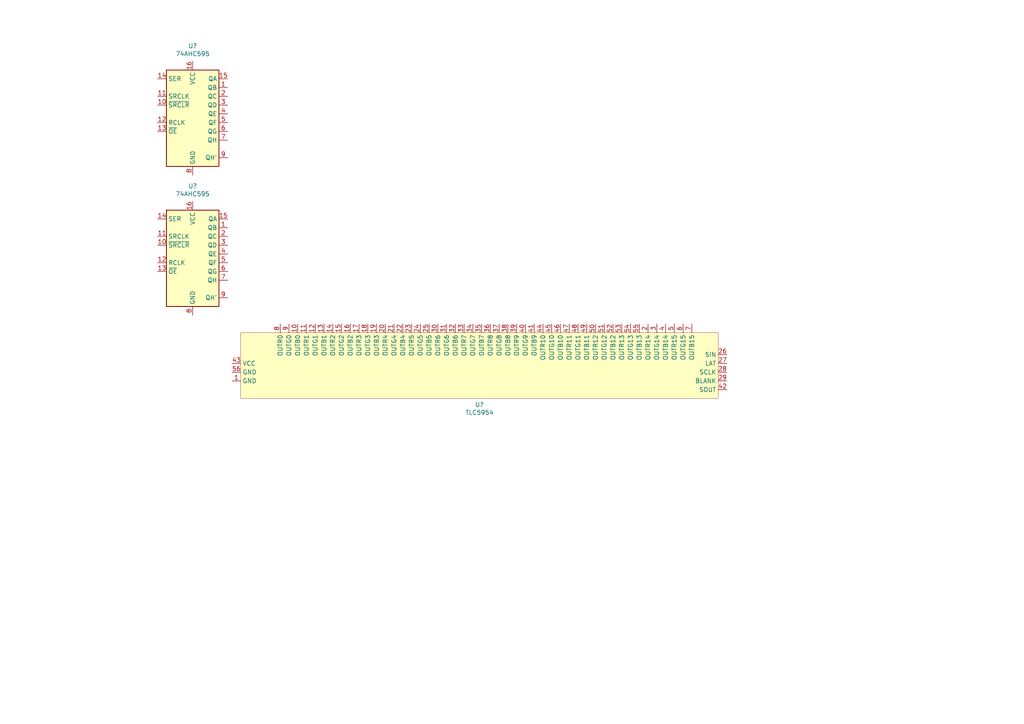
<source format=kicad_sch>
(kicad_sch (version 20200608) (host eeschema "5.99.0-unknown-0bfe413~101~ubuntu20.04.1")
  (page 1 1)
  (paper "A4")
  (lib_symbols
    (symbol "74xx:74AHC595" (pin_names (offset 0.508))
      (property "Reference" "U" (at -7.62 13.97 0))
      (property "Value" "74AHC595" (at -7.62 -16.51 0))
      (symbol "74AHC595_1_1"
        (rectangle (start -7.62 12.7) (end 7.62 -15.24) (stroke (width 0.254)) (fill (type background)))
      )
      (symbol "74AHC595_1_0"
        (pin tri_state line (at 10.16 7.62 180) (length 2.54) (name "QB") (number "1"))
        (pin input line (at -10.16 2.54 0) (length 2.54) (name "~SRCLR") (number "10"))
        (pin input line (at -10.16 5.08 0) (length 2.54) (name "SRCLK") (number "11"))
        (pin input line (at -10.16 -2.54 0) (length 2.54) (name "RCLK") (number "12"))
        (pin input line (at -10.16 -5.08 0) (length 2.54) (name "~OE") (number "13"))
        (pin input line (at -10.16 10.16 0) (length 2.54) (name "SER") (number "14"))
        (pin tri_state line (at 10.16 10.16 180) (length 2.54) (name "QA") (number "15"))
        (pin power_in line (at 0 15.24 270) (length 2.54) (name "VCC") (number "16"))
        (pin tri_state line (at 10.16 5.08 180) (length 2.54) (name "QC") (number "2"))
        (pin tri_state line (at 10.16 2.54 180) (length 2.54) (name "QD") (number "3"))
        (pin tri_state line (at 10.16 0 180) (length 2.54) (name "QE") (number "4"))
        (pin tri_state line (at 10.16 -2.54 180) (length 2.54) (name "QF") (number "5"))
        (pin tri_state line (at 10.16 -5.08 180) (length 2.54) (name "QG") (number "6"))
        (pin tri_state line (at 10.16 -7.62 180) (length 2.54) (name "QH") (number "7"))
        (pin power_in line (at 0 -17.78 90) (length 2.54) (name "GND") (number "8"))
        (pin output line (at 10.16 -12.7 180) (length 2.54) (name "QH'") (number "9"))
      )
    )
    (symbol "JBC_TI:TLC5954"
      (property "Reference" "U" (at 0 0 0))
      (property "Value" "TLC5954" (at 0 0 0))
      (symbol "TLC5954_0_1"
        (rectangle (start -71.12 11.43) (end 67.31 -7.62) (stroke (width 0.001)) (fill (type background)))
      )
      (symbol "TLC5954_1_1"
        (pin power_in line (at -73.66 -2.54 0) (length 2.54) (name "GND") (number "1"))
        (pin output line (at 46.99 13.97 270) (length 2.54) (name "OUTR14") (number "2"))
        (pin output line (at 49.53 13.97 270) (length 2.54) (name "OUTG14") (number "3"))
        (pin output line (at 52.07 13.97 270) (length 2.54) (name "OUTB14") (number "4"))
        (pin output line (at 54.61 13.97 270) (length 2.54) (name "OUTR15") (number "5"))
        (pin output line (at 59.69 13.97 270) (length 2.54) (name "OUTB15") (number "7"))
        (pin output line (at 57.15 13.97 270) (length 2.54) (name "OUTG15") (number "6"))
        (pin output line (at -54.61 13.97 270) (length 2.54) (name "OUTB0") (number "10"))
        (pin output line (at -59.69 13.97 270) (length 2.54) (name "OUTR0") (number "8"))
        (pin output line (at -57.15 13.97 270) (length 2.54) (name "OUTG0") (number "9"))
        (pin output line (at -52.07 13.97 270) (length 2.54) (name "OUTR1") (number "11"))
        (pin output line (at -46.99 13.97 270) (length 2.54) (name "OUTB1") (number "13"))
        (pin output line (at -49.53 13.97 270) (length 2.54) (name "OUTG1") (number "12"))
        (pin output line (at -41.91 13.97 270) (length 2.54) (name "OUTG2") (number "15"))
        (pin output line (at -39.37 13.97 270) (length 2.54) (name "OUTB2") (number "16"))
        (pin output line (at -44.45 13.97 270) (length 2.54) (name "OUTR2") (number "14"))
        (pin output line (at -31.75 13.97 270) (length 2.54) (name "OUTB3") (number "19"))
        (pin output line (at -34.29 13.97 270) (length 2.54) (name "OUTG3") (number "18"))
        (pin output line (at -29.21 13.97 270) (length 2.54) (name "OUTR4") (number "20"))
        (pin output line (at -24.13 13.97 270) (length 2.54) (name "OUTB4") (number "22"))
        (pin output line (at -26.67 13.97 270) (length 2.54) (name "OUTG4") (number "21"))
        (pin output line (at -19.05 13.97 270) (length 2.54) (name "OUTG5") (number "24"))
        (pin output line (at -16.51 13.97 270) (length 2.54) (name "OUTB5") (number "25"))
        (pin output line (at -21.59 13.97 270) (length 2.54) (name "OUTR5") (number "23"))
        (pin output line (at -36.83 13.97 270) (length 2.54) (name "OUTR3") (number "17"))
        (pin output line (at 13.97 13.97 270) (length 2.54) (name "OUTB9") (number "41"))
        (pin output line (at -1.27 13.97 270) (length 2.54) (name "OUTB7") (number "35"))
        (pin output line (at 24.13 13.97 270) (length 2.54) (name "OUTR11") (number "47"))
        (pin output line (at -11.43 13.97 270) (length 2.54) (name "OUTG6") (number "31"))
        (pin output line (at 19.05 13.97 270) (length 2.54) (name "OUTG10") (number "45"))
        (pin output line (at 3.81 13.97 270) (length 2.54) (name "OUTG8") (number "37"))
        (pin output line (at 21.59 13.97 270) (length 2.54) (name "OUTB10") (number "46"))
        (pin output line (at 26.67 13.97 270) (length 2.54) (name "OUTG11") (number "48"))
        (pin output line (at 29.21 13.97 270) (length 2.54) (name "OUTB11") (number "49"))
        (pin output line (at -6.35 13.97 270) (length 2.54) (name "OUTR7") (number "33"))
        (pin output line (at 16.51 13.97 270) (length 2.54) (name "OUTR10") (number "44"))
        (pin output line (at 1.27 13.97 270) (length 2.54) (name "OUTR8") (number "36"))
        (pin output line (at -3.81 13.97 270) (length 2.54) (name "OUTG7") (number "34"))
        (pin output line (at -13.97 13.97 270) (length 2.54) (name "OUTR6") (number "30"))
        (pin output line (at 8.89 13.97 270) (length 2.54) (name "OUTR9") (number "39"))
        (pin output line (at 11.43 13.97 270) (length 2.54) (name "OUTG9") (number "40"))
        (pin output line (at -8.89 13.97 270) (length 2.54) (name "OUTB6") (number "32"))
        (pin output line (at 6.35 13.97 270) (length 2.54) (name "OUTB8") (number "38"))
        (pin output line (at 69.85 2.54 180) (length 2.54) (name "LAT") (number "27"))
        (pin output line (at 69.85 0 180) (length 2.54) (name "SCLK") (number "28"))
        (pin output line (at 69.85 5.08 180) (length 2.54) (name "SIN") (number "26"))
        (pin output line (at 69.85 -2.54 180) (length 2.54) (name "BLANK") (number "29"))
        (pin output line (at 69.85 -5.08 180) (length 2.54) (name "SOUT") (number "42"))
        (pin power_in line (at -73.66 2.54 0) (length 2.54) (name "VCC") (number "43"))
        (pin output line (at 39.37 13.97 270) (length 2.54) (name "OUTR13") (number "53"))
        (pin output line (at 36.83 13.97 270) (length 2.54) (name "OUTB12") (number "52"))
        (pin output line (at 31.75 13.97 270) (length 2.54) (name "OUTR12") (number "50"))
        (pin output line (at 34.29 13.97 270) (length 2.54) (name "OUTG12") (number "51"))
        (pin output line (at 41.91 13.97 270) (length 2.54) (name "OUTG13") (number "54"))
        (pin output line (at 44.45 13.97 270) (length 2.54) (name "OUTB13") (number "55"))
        (pin power_in line (at -73.66 0 0) (length 2.54) (name "GND") (number "56"))
      )
    )
  )
  (symbol (lib_id "74xx:74AHC595") (at 55.88 33.02 0) (unit 1)
    (property "Reference" "U?" (at 55.88 13.3158 0))
    (property "Value" "74AHC595" (at 55.88 15.6145 0))
    (property "Datasheet" "https://assets.nexperia.com/documents/data-sheet/74AHC_AHCT595.pdf" (effects hide))
  )
  (symbol (lib_id "74xx:74AHC595") (at 55.88 73.66 0) (unit 1)
    (property "Reference" "U?" (at 55.88 53.9558 0))
    (property "Value" "74AHC595" (at 55.88 56.2545 0))
    (property "Datasheet" "https://assets.nexperia.com/documents/data-sheet/74AHC_AHCT595.pdf" (effects hide))
  )
  (symbol (lib_id "JBC_TI:TLC5954") (at 140.97 107.95 0) (unit 1)
    (property "Reference" "U?" (at 139.065 117.3548 0))
    (property "Value" "TLC5954" (at 139.065 119.6535 0))
  )
)
</source>
